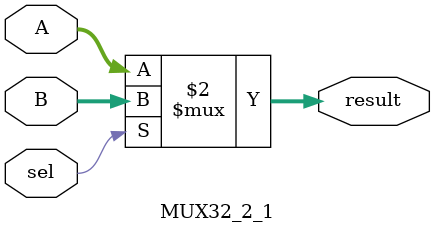
<source format=v>
`timescale 1ns / 1ps
module MUX32_2_1(
	 input [31:0] A,B,
	 input sel,
	 output [31:0] result
);
	assign result = (sel==1'b1)?B:A;
endmodule

</source>
